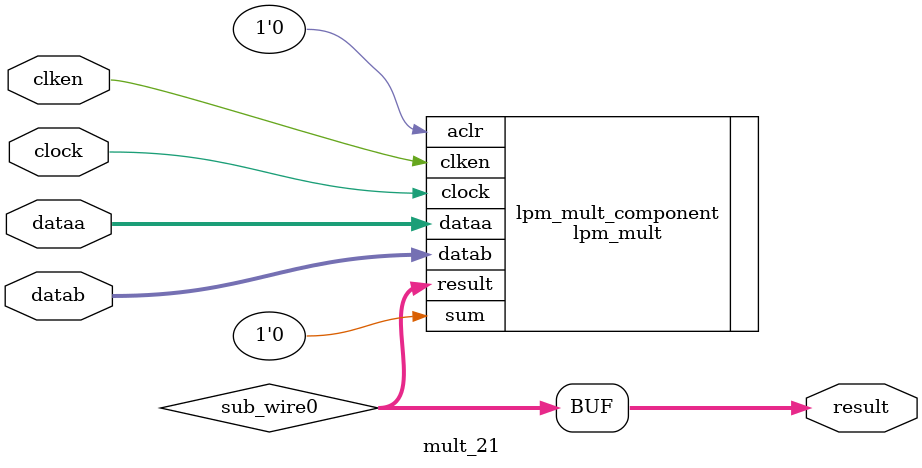
<source format=v>
module mult_21 (
	clken,
	clock,
	dataa,
	datab,
	result);
	input	  clken;
	input	  clock;
	input	[20:0]  dataa;
	input	[20:0]  datab;
	output	[41:0]  result;
	wire [41:0] sub_wire0;
	wire [41:0] result = sub_wire0[41:0];
	lpm_mult	lpm_mult_component (
				.clock (clock),
				.datab (datab),
				.clken (clken),
				.dataa (dataa),
				.result (sub_wire0),
				.aclr (1'b0),
				.sum (1'b0));
	defparam
		lpm_mult_component.lpm_hint = "DEDICATED_MULTIPLIER_CIRCUITRY=YES,MAXIMIZE_SPEED=1",
		lpm_mult_component.lpm_pipeline = 3,
		lpm_mult_component.lpm_representation = "SIGNED",
		lpm_mult_component.lpm_type = "LPM_MULT",
		lpm_mult_component.lpm_widtha = 21,
		lpm_mult_component.lpm_widthb = 21,
		lpm_mult_component.lpm_widthp = 42;
endmodule
</source>
